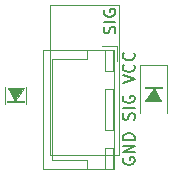
<source format=gbr>
%TF.GenerationSoftware,KiCad,Pcbnew,(5.1.7)-1*%
%TF.CreationDate,2020-11-26T14:29:50-06:00*%
%TF.ProjectId,025mag-PROBE-BOARD_REV2,3032356d-6167-42d5-9052-4f42452d424f,rev?*%
%TF.SameCoordinates,Original*%
%TF.FileFunction,Legend,Top*%
%TF.FilePolarity,Positive*%
%FSLAX46Y46*%
G04 Gerber Fmt 4.6, Leading zero omitted, Abs format (unit mm)*
G04 Created by KiCad (PCBNEW (5.1.7)-1) date 2020-11-26 14:29:50*
%MOMM*%
%LPD*%
G01*
G04 APERTURE LIST*
%ADD10C,0.120000*%
%ADD11C,0.100000*%
%ADD12C,0.150000*%
G04 APERTURE END LIST*
D10*
X-5125000Y-1750000D02*
X-5125000Y-1850000D01*
X-6550000Y-1750000D02*
X-5125000Y-1750000D01*
D11*
G36*
X-5850000Y-1800000D02*
G01*
X-6500000Y-700000D01*
X-5150000Y-700000D01*
X-5850000Y-1800000D01*
G37*
X-5850000Y-1800000D02*
X-6500000Y-700000D01*
X-5150000Y-700000D01*
X-5850000Y-1800000D01*
D10*
X-5125000Y-1850000D02*
X-6550000Y-1850000D01*
X-6550000Y-1850000D02*
X-6550000Y-1750000D01*
D12*
X2579761Y3926190D02*
X2627380Y4069047D01*
X2627380Y4307142D01*
X2579761Y4402380D01*
X2532142Y4450000D01*
X2436904Y4497619D01*
X2341666Y4497619D01*
X2246428Y4450000D01*
X2198809Y4402380D01*
X2151190Y4307142D01*
X2103571Y4116666D01*
X2055952Y4021428D01*
X2008333Y3973809D01*
X1913095Y3926190D01*
X1817857Y3926190D01*
X1722619Y3973809D01*
X1675000Y4021428D01*
X1627380Y4116666D01*
X1627380Y4354761D01*
X1675000Y4497619D01*
X2627380Y4926190D02*
X1627380Y4926190D01*
X1675000Y5926190D02*
X1627380Y5830952D01*
X1627380Y5688095D01*
X1675000Y5545238D01*
X1770238Y5450000D01*
X1865476Y5402380D01*
X2055952Y5354761D01*
X2198809Y5354761D01*
X2389285Y5402380D01*
X2484523Y5450000D01*
X2579761Y5545238D01*
X2627380Y5688095D01*
X2627380Y5783333D01*
X2579761Y5926190D01*
X2532142Y5973809D01*
X2198809Y5973809D01*
X2198809Y5783333D01*
X3300000Y-6616666D02*
X3252380Y-6711904D01*
X3252380Y-6854761D01*
X3299999Y-6997619D01*
X3395238Y-7092857D01*
X3490476Y-7140476D01*
X3680952Y-7188095D01*
X3823809Y-7188095D01*
X4014285Y-7140476D01*
X4109523Y-7092857D01*
X4204761Y-6997619D01*
X4252380Y-6854761D01*
X4252380Y-6759523D01*
X4204761Y-6616666D01*
X4157142Y-6569047D01*
X3823809Y-6569047D01*
X3823809Y-6759523D01*
X4252380Y-6140476D02*
X3252380Y-6140476D01*
X4252380Y-5569047D01*
X3252380Y-5569047D01*
X4252380Y-5092857D02*
X3252380Y-5092857D01*
X3252380Y-4854761D01*
X3300000Y-4711904D01*
X3395238Y-4616666D01*
X3490476Y-4569047D01*
X3680952Y-4521428D01*
X3823809Y-4521428D01*
X4014285Y-4569047D01*
X4109523Y-4616666D01*
X4204761Y-4711904D01*
X4252380Y-4854761D01*
X4252380Y-5092857D01*
X4204761Y-3378571D02*
X4252380Y-3235714D01*
X4252380Y-2997619D01*
X4204761Y-2902380D01*
X4157142Y-2854761D01*
X4061904Y-2807142D01*
X3966666Y-2807142D01*
X3871428Y-2854761D01*
X3823809Y-2902380D01*
X3776190Y-2997619D01*
X3728571Y-3188095D01*
X3680952Y-3283333D01*
X3633333Y-3330952D01*
X3538095Y-3378571D01*
X3442857Y-3378571D01*
X3347619Y-3330952D01*
X3300000Y-3283333D01*
X3252380Y-3188095D01*
X3252380Y-2950000D01*
X3300000Y-2807142D01*
X4252380Y-2378571D02*
X3252380Y-2378571D01*
X3300000Y-1378571D02*
X3252380Y-1473809D01*
X3252380Y-1616666D01*
X3300000Y-1759523D01*
X3395238Y-1854761D01*
X3490476Y-1902380D01*
X3680952Y-1950000D01*
X3823809Y-1950000D01*
X4014285Y-1902380D01*
X4109523Y-1854761D01*
X4204761Y-1759523D01*
X4252380Y-1616666D01*
X4252380Y-1521428D01*
X4204761Y-1378571D01*
X4157142Y-1330952D01*
X3823809Y-1330952D01*
X3823809Y-1521428D01*
X3252380Y-283333D02*
X4252380Y49999D01*
X3252380Y383333D01*
X4157142Y1288095D02*
X4204761Y1240476D01*
X4252380Y1097619D01*
X4252380Y1002380D01*
X4204761Y859523D01*
X4109523Y764285D01*
X4014285Y716666D01*
X3823809Y669047D01*
X3680952Y669047D01*
X3490476Y716666D01*
X3395238Y764285D01*
X3300000Y859523D01*
X3252380Y1002380D01*
X3252380Y1097619D01*
X3300000Y1240476D01*
X3347619Y1288095D01*
X4157142Y2288095D02*
X4204761Y2240476D01*
X4252380Y2097619D01*
X4252380Y2002380D01*
X4204761Y1859523D01*
X4109523Y1764285D01*
X4014285Y1716666D01*
X3823809Y1669047D01*
X3680952Y1669047D01*
X3490476Y1716666D01*
X3395238Y1764285D01*
X3300000Y1859523D01*
X3252380Y2002380D01*
X3252380Y2097619D01*
X3300000Y2240476D01*
X3347619Y2288095D01*
D10*
%TO.C,SW1*%
X2940000Y6350000D02*
X-2940000Y6350000D01*
X-2940000Y6350000D02*
X-2940000Y-6350000D01*
X-2940000Y-6350000D02*
X2940000Y-6350000D01*
X2940000Y-6350000D02*
X2940000Y6350000D01*
%TO.C,REF\u002A\u002A*%
X2450000Y-750000D02*
X1700000Y-750000D01*
X-3510000Y2560000D02*
X-3510000Y-7560000D01*
X-3510000Y-7560000D02*
X2460000Y-7560000D01*
X2460000Y2560000D02*
X-3510000Y2560000D01*
X2460000Y-7560000D02*
X2460000Y2560000D01*
X2450000Y-4250000D02*
X2450000Y-750000D01*
X2450000Y2550000D02*
X1700000Y2550000D01*
X1700000Y2550000D02*
X1700000Y750000D01*
X2450000Y750000D02*
X2450000Y2550000D01*
X2450000Y-7550000D02*
X2450000Y-5750000D01*
X200000Y2550000D02*
X200000Y1800000D01*
X200000Y1800000D02*
X-2750000Y1800000D01*
X-2750000Y-2500000D02*
X-2750000Y1725000D01*
X200000Y-6800000D02*
X-2750000Y-6800000D01*
X-2750000Y-6800000D02*
X-2750000Y-2500000D01*
X2750000Y1600000D02*
X2750000Y2850000D01*
X2750000Y2850000D02*
X1500000Y2850000D01*
X1700000Y-750000D02*
X1700000Y-4250000D01*
X1700000Y750000D02*
X2450000Y750000D01*
X1700000Y-4250000D02*
X2450000Y-4250000D01*
X2450000Y-5750000D02*
X1700000Y-5750000D01*
X1700000Y-5750000D02*
X1700000Y-7550000D01*
X1700000Y-7550000D02*
X2450000Y-7550000D01*
X200000Y-7550000D02*
X200000Y-6800000D01*
%TO.C,D2*%
X6534000Y-612500D02*
X5159000Y-612500D01*
D11*
G36*
X6234000Y-1762500D02*
G01*
X5159000Y-1762500D01*
X5884000Y-762500D01*
X6459000Y-1762500D01*
X6234000Y-1762500D01*
G37*
X6234000Y-1762500D02*
X5159000Y-1762500D01*
X5884000Y-762500D01*
X6459000Y-1762500D01*
X6234000Y-1762500D01*
D10*
X6534000Y-687500D02*
X5159000Y-687500D01*
X5859000Y-712500D02*
X6484000Y-1762500D01*
X5159000Y-1762500D02*
X5859000Y-712500D01*
X5184000Y-1762500D02*
X5159000Y-1762500D01*
X6484000Y-1762500D02*
X5184000Y-1762500D01*
X6969000Y-2787500D02*
X6969000Y1272500D01*
X6969000Y1272500D02*
X4699000Y1272500D01*
X4699000Y1272500D02*
X4699000Y-2787500D01*
%TO.C,R1*%
X-4924000Y-572936D02*
X-4924000Y-2027064D01*
X-6744000Y-572936D02*
X-6744000Y-2027064D01*
%TD*%
M02*

</source>
